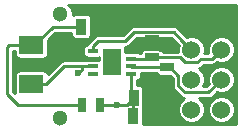
<source format=gtl>
G04 #@! TF.FileFunction,Copper,L1,Top,Signal*
%FSLAX46Y46*%
G04 Gerber Fmt 4.6, Leading zero omitted, Abs format (unit mm)*
G04 Created by KiCad (PCBNEW (after 2015-mar-04 BZR unknown)-product) date 04/08/2015 09:15:02*
%MOMM*%
G01*
G04 APERTURE LIST*
%ADD10C,0.100000*%
%ADD11R,0.889000X1.397000*%
%ADD12R,0.635000X1.143000*%
%ADD13R,1.143000X0.635000*%
%ADD14R,1.500000X2.300000*%
%ADD15R,0.950000X0.350000*%
%ADD16R,1.524000X1.524000*%
%ADD17C,1.524000*%
%ADD18R,2.032000X1.524000*%
%ADD19C,1.300000*%
%ADD20C,0.600000*%
%ADD21C,0.250000*%
G04 APERTURE END LIST*
D10*
D11*
X157400000Y-108400000D03*
X159305000Y-108400000D03*
X157447500Y-106800000D03*
X159352500Y-106800000D03*
X153000000Y-100800000D03*
X154905000Y-100800000D03*
D12*
X154562000Y-107400000D03*
X153038000Y-107400000D03*
D13*
X159000000Y-103400000D03*
X159000000Y-101876000D03*
D14*
X155625000Y-103825000D03*
D15*
X154000000Y-102850000D03*
X154000000Y-103500000D03*
X154000000Y-104150000D03*
X154000000Y-104800000D03*
X157250000Y-104800000D03*
X157250000Y-104150000D03*
X157250000Y-103500000D03*
X157250000Y-102850000D03*
D16*
X162330000Y-100190000D03*
D17*
X164870000Y-100190000D03*
X162330000Y-102730000D03*
X164870000Y-102730000D03*
X162330000Y-105270000D03*
X164870000Y-105270000D03*
X162330000Y-107810000D03*
X164870000Y-107810000D03*
D18*
X148800000Y-102349000D03*
X148800000Y-105651000D03*
D19*
X151250000Y-108500000D03*
X151250000Y-99750000D03*
D13*
X160250000Y-104238000D03*
X160250000Y-105762000D03*
D20*
X156019639Y-107400000D03*
X160250000Y-107000000D03*
X160500000Y-108500000D03*
X152500000Y-103250000D03*
X156000000Y-100750000D03*
X160250000Y-102250000D03*
X152750000Y-104750000D03*
D21*
X154562000Y-107400000D02*
X156019639Y-107400000D01*
X156019639Y-107400000D02*
X156847500Y-107400000D01*
X156847500Y-107400000D02*
X157447500Y-106800000D01*
X157400000Y-108400000D02*
X157400000Y-106847500D01*
X157400000Y-106847500D02*
X157447500Y-106800000D01*
X157250000Y-104800000D02*
X157250000Y-106602500D01*
X157250000Y-106602500D02*
X157447500Y-106800000D01*
X157250000Y-102850000D02*
X158026000Y-102850000D01*
X158026000Y-102850000D02*
X159000000Y-101876000D01*
X160250000Y-107000000D02*
X159552500Y-107000000D01*
X159552500Y-107000000D02*
X159352500Y-106800000D01*
X159305000Y-108400000D02*
X160400000Y-108400000D01*
X160400000Y-108400000D02*
X160500000Y-108500000D01*
X154000000Y-103500000D02*
X152750000Y-103500000D01*
X152750000Y-103500000D02*
X152500000Y-103250000D01*
X154905000Y-100800000D02*
X155950000Y-100800000D01*
X155950000Y-100800000D02*
X156000000Y-100750000D01*
X159000000Y-101876000D02*
X159876000Y-101876000D01*
X159876000Y-101876000D02*
X160250000Y-102250000D01*
X151567000Y-104150000D02*
X152963134Y-104150000D01*
X153049999Y-104450001D02*
X153049999Y-104236865D01*
X152963134Y-104150000D02*
X154000000Y-104150000D01*
X153049999Y-104236865D02*
X152963134Y-104150000D01*
X152750000Y-104750000D02*
X153049999Y-104450001D01*
X148800000Y-105651000D02*
X150066000Y-105651000D01*
X150066000Y-105651000D02*
X151567000Y-104150000D01*
X159000000Y-103400000D02*
X161391238Y-103400000D01*
X161391238Y-103400000D02*
X161808239Y-103817001D01*
X161808239Y-103817001D02*
X162851761Y-103817001D01*
X162851761Y-103817001D02*
X163168762Y-103500000D01*
X163168762Y-103500000D02*
X164100000Y-103500000D01*
X164100000Y-103500000D02*
X164108001Y-103491999D01*
X164108001Y-103491999D02*
X164870000Y-102730000D01*
X157250000Y-103500000D02*
X158900000Y-103500000D01*
X158900000Y-103500000D02*
X159000000Y-103400000D01*
X156750000Y-102000000D02*
X157516501Y-101233499D01*
X157516501Y-101233499D02*
X160833499Y-101233499D01*
X160833499Y-101233499D02*
X161568001Y-101968001D01*
X161568001Y-101968001D02*
X162330000Y-102730000D01*
X154425000Y-102000000D02*
X156750000Y-102000000D01*
X154000000Y-102850000D02*
X154000000Y-102425000D01*
X154000000Y-102425000D02*
X154425000Y-102000000D01*
X160250000Y-104238000D02*
X160504000Y-104238000D01*
X160504000Y-104238000D02*
X161242999Y-104976999D01*
X161242999Y-104976999D02*
X161242999Y-105791761D01*
X161242999Y-105791761D02*
X161808239Y-106357001D01*
X161808239Y-106357001D02*
X163782999Y-106357001D01*
X160250000Y-104238000D02*
X157338000Y-104238000D01*
X157338000Y-104238000D02*
X157250000Y-104150000D01*
X164870000Y-105270000D02*
X163782999Y-106357001D01*
X148800000Y-102349000D02*
X149054000Y-102349000D01*
X149054000Y-102349000D02*
X150603000Y-100800000D01*
X150603000Y-100800000D02*
X153000000Y-100800000D01*
X153038000Y-107400000D02*
X147650000Y-107400000D01*
X147650000Y-107400000D02*
X146750000Y-106500000D01*
X146750000Y-106500000D02*
X146750000Y-102500000D01*
X146750000Y-102500000D02*
X146901000Y-102349000D01*
X146901000Y-102349000D02*
X148800000Y-102349000D01*
G36*
X161252624Y-102359730D02*
X161193198Y-102502845D01*
X161192851Y-102900000D01*
X159900147Y-102900000D01*
X159843551Y-102813842D01*
X159718925Y-102729719D01*
X159571500Y-102700153D01*
X158428500Y-102700153D01*
X158285514Y-102727896D01*
X158159842Y-102810449D01*
X158075719Y-102935075D01*
X158062698Y-103000000D01*
X157913581Y-103000000D01*
X157872425Y-102972219D01*
X157725000Y-102942653D01*
X156775000Y-102942653D01*
X156757347Y-102946078D01*
X156757347Y-102675000D01*
X156729604Y-102532014D01*
X156708574Y-102500000D01*
X156750000Y-102500000D01*
X156750000Y-102499999D01*
X156941342Y-102461940D01*
X157103553Y-102353553D01*
X157723607Y-101733499D01*
X160626392Y-101733499D01*
X161214448Y-102321555D01*
X161214451Y-102321557D01*
X161252624Y-102359730D01*
X161252624Y-102359730D01*
G37*
X161252624Y-102359730D02*
X161193198Y-102502845D01*
X161192851Y-102900000D01*
X159900147Y-102900000D01*
X159843551Y-102813842D01*
X159718925Y-102729719D01*
X159571500Y-102700153D01*
X158428500Y-102700153D01*
X158285514Y-102727896D01*
X158159842Y-102810449D01*
X158075719Y-102935075D01*
X158062698Y-103000000D01*
X157913581Y-103000000D01*
X157872425Y-102972219D01*
X157725000Y-102942653D01*
X156775000Y-102942653D01*
X156757347Y-102946078D01*
X156757347Y-102675000D01*
X156729604Y-102532014D01*
X156708574Y-102500000D01*
X156750000Y-102500000D01*
X156750000Y-102499999D01*
X156941342Y-102461940D01*
X157103553Y-102353553D01*
X157723607Y-101733499D01*
X160626392Y-101733499D01*
X161214448Y-102321555D01*
X161214451Y-102321557D01*
X161252624Y-102359730D01*
G36*
X166075000Y-109075000D02*
X166007197Y-109075000D01*
X166007197Y-107584829D01*
X165834464Y-107166783D01*
X165514900Y-106846660D01*
X165097155Y-106673198D01*
X164644829Y-106672803D01*
X164226783Y-106845536D01*
X163906660Y-107165100D01*
X163733198Y-107582845D01*
X163732803Y-108035171D01*
X163905536Y-108453217D01*
X164225100Y-108773340D01*
X164642845Y-108946802D01*
X165095171Y-108947197D01*
X165513217Y-108774464D01*
X165833340Y-108454900D01*
X166006802Y-108037155D01*
X166007197Y-107584829D01*
X166007197Y-109075000D01*
X158226847Y-109075000D01*
X158226847Y-107701500D01*
X158222475Y-107678969D01*
X158244781Y-107645925D01*
X158274347Y-107498500D01*
X158274347Y-106101500D01*
X158246604Y-105958514D01*
X158164051Y-105832842D01*
X158039425Y-105748719D01*
X157892000Y-105719153D01*
X157750000Y-105719153D01*
X157750000Y-105352496D01*
X157867986Y-105329604D01*
X157993658Y-105247051D01*
X158077781Y-105122425D01*
X158107347Y-104975000D01*
X158107347Y-104738000D01*
X159349852Y-104738000D01*
X159406449Y-104824158D01*
X159531075Y-104908281D01*
X159678500Y-104937847D01*
X160496740Y-104937847D01*
X160742999Y-105184105D01*
X160742999Y-105791761D01*
X160781059Y-105983103D01*
X160889446Y-106145314D01*
X161454686Y-106710554D01*
X161616897Y-106818941D01*
X161707521Y-106836967D01*
X161686783Y-106845536D01*
X161366660Y-107165100D01*
X161193198Y-107582845D01*
X161192803Y-108035171D01*
X161365536Y-108453217D01*
X161685100Y-108773340D01*
X162102845Y-108946802D01*
X162555171Y-108947197D01*
X162973217Y-108774464D01*
X163293340Y-108454900D01*
X163466802Y-108037155D01*
X163467197Y-107584829D01*
X163294464Y-107166783D01*
X162985222Y-106857001D01*
X163782999Y-106857001D01*
X163782999Y-106857000D01*
X163974341Y-106818941D01*
X164136552Y-106710554D01*
X164499730Y-106347375D01*
X164642845Y-106406802D01*
X165095171Y-106407197D01*
X165513217Y-106234464D01*
X165833340Y-105914900D01*
X166006802Y-105497155D01*
X166007197Y-105044829D01*
X165834464Y-104626783D01*
X165514900Y-104306660D01*
X165097155Y-104133198D01*
X164644829Y-104132803D01*
X164226783Y-104305536D01*
X163906660Y-104625100D01*
X163733198Y-105042845D01*
X163732803Y-105495171D01*
X163792717Y-105640175D01*
X163575892Y-105857001D01*
X163317381Y-105857001D01*
X163466802Y-105497155D01*
X163467197Y-105044829D01*
X163294464Y-104626783D01*
X162974900Y-104306660D01*
X162951855Y-104297091D01*
X163043103Y-104278941D01*
X163205314Y-104170554D01*
X163375868Y-104000000D01*
X164100000Y-104000000D01*
X164100000Y-103999999D01*
X164291342Y-103961940D01*
X164453553Y-103853553D01*
X164461554Y-103845552D01*
X164499730Y-103807375D01*
X164642845Y-103866802D01*
X165095171Y-103867197D01*
X165513217Y-103694464D01*
X165833340Y-103374900D01*
X166006802Y-102957155D01*
X166007197Y-102504829D01*
X165834464Y-102086783D01*
X165514900Y-101766660D01*
X165097155Y-101593198D01*
X164644829Y-101592803D01*
X164226783Y-101765536D01*
X163906660Y-102085100D01*
X163733198Y-102502845D01*
X163732803Y-102955171D01*
X163751325Y-103000000D01*
X163449011Y-103000000D01*
X163466802Y-102957155D01*
X163467197Y-102504829D01*
X163294464Y-102086783D01*
X162974900Y-101766660D01*
X162557155Y-101593198D01*
X162104829Y-101592803D01*
X161959823Y-101652717D01*
X161921557Y-101614451D01*
X161921555Y-101614448D01*
X161187052Y-100879946D01*
X161024841Y-100771559D01*
X160833499Y-100733499D01*
X157516501Y-100733499D01*
X157325159Y-100771559D01*
X157162948Y-100879946D01*
X156542894Y-101500000D01*
X154425000Y-101500000D01*
X154233658Y-101538060D01*
X154071447Y-101646446D01*
X153646447Y-102071447D01*
X153538060Y-102233658D01*
X153526325Y-102292653D01*
X153525000Y-102292653D01*
X153382014Y-102320396D01*
X153256342Y-102402949D01*
X153172219Y-102527575D01*
X153142653Y-102675000D01*
X153142653Y-103025000D01*
X153170396Y-103167986D01*
X153252949Y-103293658D01*
X153377575Y-103377781D01*
X153525000Y-103407347D01*
X154475000Y-103407347D01*
X154492653Y-103403921D01*
X154492653Y-103596193D01*
X154475000Y-103592653D01*
X153525000Y-103592653D01*
X153382014Y-103620396D01*
X153336947Y-103650000D01*
X152963134Y-103650000D01*
X151567000Y-103650000D01*
X151375658Y-103688060D01*
X151310685Y-103731473D01*
X151213447Y-103796446D01*
X150185761Y-104824132D01*
X150170604Y-104746014D01*
X150088051Y-104620342D01*
X149963425Y-104536219D01*
X149816000Y-104506653D01*
X147784000Y-104506653D01*
X147641014Y-104534396D01*
X147515342Y-104616949D01*
X147431219Y-104741575D01*
X147401653Y-104889000D01*
X147401653Y-106413000D01*
X147409247Y-106452141D01*
X147250000Y-106292893D01*
X147250000Y-102849000D01*
X147401653Y-102849000D01*
X147401653Y-103111000D01*
X147429396Y-103253986D01*
X147511949Y-103379658D01*
X147636575Y-103463781D01*
X147784000Y-103493347D01*
X149816000Y-103493347D01*
X149958986Y-103465604D01*
X150084658Y-103383051D01*
X150168781Y-103258425D01*
X150198347Y-103111000D01*
X150198347Y-101911759D01*
X150810106Y-101300000D01*
X152173153Y-101300000D01*
X152173153Y-101498500D01*
X152200896Y-101641486D01*
X152283449Y-101767158D01*
X152408075Y-101851281D01*
X152555500Y-101880847D01*
X153444500Y-101880847D01*
X153587486Y-101853104D01*
X153713158Y-101770551D01*
X153797281Y-101645925D01*
X153826847Y-101498500D01*
X153826847Y-100101500D01*
X153799104Y-99958514D01*
X153716551Y-99832842D01*
X153591925Y-99748719D01*
X153444500Y-99719153D01*
X152555500Y-99719153D01*
X152412514Y-99746896D01*
X152286842Y-99829449D01*
X152274915Y-99847117D01*
X152275178Y-99547009D01*
X152119459Y-99170143D01*
X151874744Y-98925000D01*
X166075000Y-98925000D01*
X166075000Y-109075000D01*
X166075000Y-109075000D01*
G37*
X166075000Y-109075000D02*
X166007197Y-109075000D01*
X166007197Y-107584829D01*
X165834464Y-107166783D01*
X165514900Y-106846660D01*
X165097155Y-106673198D01*
X164644829Y-106672803D01*
X164226783Y-106845536D01*
X163906660Y-107165100D01*
X163733198Y-107582845D01*
X163732803Y-108035171D01*
X163905536Y-108453217D01*
X164225100Y-108773340D01*
X164642845Y-108946802D01*
X165095171Y-108947197D01*
X165513217Y-108774464D01*
X165833340Y-108454900D01*
X166006802Y-108037155D01*
X166007197Y-107584829D01*
X166007197Y-109075000D01*
X158226847Y-109075000D01*
X158226847Y-107701500D01*
X158222475Y-107678969D01*
X158244781Y-107645925D01*
X158274347Y-107498500D01*
X158274347Y-106101500D01*
X158246604Y-105958514D01*
X158164051Y-105832842D01*
X158039425Y-105748719D01*
X157892000Y-105719153D01*
X157750000Y-105719153D01*
X157750000Y-105352496D01*
X157867986Y-105329604D01*
X157993658Y-105247051D01*
X158077781Y-105122425D01*
X158107347Y-104975000D01*
X158107347Y-104738000D01*
X159349852Y-104738000D01*
X159406449Y-104824158D01*
X159531075Y-104908281D01*
X159678500Y-104937847D01*
X160496740Y-104937847D01*
X160742999Y-105184105D01*
X160742999Y-105791761D01*
X160781059Y-105983103D01*
X160889446Y-106145314D01*
X161454686Y-106710554D01*
X161616897Y-106818941D01*
X161707521Y-106836967D01*
X161686783Y-106845536D01*
X161366660Y-107165100D01*
X161193198Y-107582845D01*
X161192803Y-108035171D01*
X161365536Y-108453217D01*
X161685100Y-108773340D01*
X162102845Y-108946802D01*
X162555171Y-108947197D01*
X162973217Y-108774464D01*
X163293340Y-108454900D01*
X163466802Y-108037155D01*
X163467197Y-107584829D01*
X163294464Y-107166783D01*
X162985222Y-106857001D01*
X163782999Y-106857001D01*
X163782999Y-106857000D01*
X163974341Y-106818941D01*
X164136552Y-106710554D01*
X164499730Y-106347375D01*
X164642845Y-106406802D01*
X165095171Y-106407197D01*
X165513217Y-106234464D01*
X165833340Y-105914900D01*
X166006802Y-105497155D01*
X166007197Y-105044829D01*
X165834464Y-104626783D01*
X165514900Y-104306660D01*
X165097155Y-104133198D01*
X164644829Y-104132803D01*
X164226783Y-104305536D01*
X163906660Y-104625100D01*
X163733198Y-105042845D01*
X163732803Y-105495171D01*
X163792717Y-105640175D01*
X163575892Y-105857001D01*
X163317381Y-105857001D01*
X163466802Y-105497155D01*
X163467197Y-105044829D01*
X163294464Y-104626783D01*
X162974900Y-104306660D01*
X162951855Y-104297091D01*
X163043103Y-104278941D01*
X163205314Y-104170554D01*
X163375868Y-104000000D01*
X164100000Y-104000000D01*
X164100000Y-103999999D01*
X164291342Y-103961940D01*
X164453553Y-103853553D01*
X164461554Y-103845552D01*
X164499730Y-103807375D01*
X164642845Y-103866802D01*
X165095171Y-103867197D01*
X165513217Y-103694464D01*
X165833340Y-103374900D01*
X166006802Y-102957155D01*
X166007197Y-102504829D01*
X165834464Y-102086783D01*
X165514900Y-101766660D01*
X165097155Y-101593198D01*
X164644829Y-101592803D01*
X164226783Y-101765536D01*
X163906660Y-102085100D01*
X163733198Y-102502845D01*
X163732803Y-102955171D01*
X163751325Y-103000000D01*
X163449011Y-103000000D01*
X163466802Y-102957155D01*
X163467197Y-102504829D01*
X163294464Y-102086783D01*
X162974900Y-101766660D01*
X162557155Y-101593198D01*
X162104829Y-101592803D01*
X161959823Y-101652717D01*
X161921557Y-101614451D01*
X161921555Y-101614448D01*
X161187052Y-100879946D01*
X161024841Y-100771559D01*
X160833499Y-100733499D01*
X157516501Y-100733499D01*
X157325159Y-100771559D01*
X157162948Y-100879946D01*
X156542894Y-101500000D01*
X154425000Y-101500000D01*
X154233658Y-101538060D01*
X154071447Y-101646446D01*
X153646447Y-102071447D01*
X153538060Y-102233658D01*
X153526325Y-102292653D01*
X153525000Y-102292653D01*
X153382014Y-102320396D01*
X153256342Y-102402949D01*
X153172219Y-102527575D01*
X153142653Y-102675000D01*
X153142653Y-103025000D01*
X153170396Y-103167986D01*
X153252949Y-103293658D01*
X153377575Y-103377781D01*
X153525000Y-103407347D01*
X154475000Y-103407347D01*
X154492653Y-103403921D01*
X154492653Y-103596193D01*
X154475000Y-103592653D01*
X153525000Y-103592653D01*
X153382014Y-103620396D01*
X153336947Y-103650000D01*
X152963134Y-103650000D01*
X151567000Y-103650000D01*
X151375658Y-103688060D01*
X151310685Y-103731473D01*
X151213447Y-103796446D01*
X150185761Y-104824132D01*
X150170604Y-104746014D01*
X150088051Y-104620342D01*
X149963425Y-104536219D01*
X149816000Y-104506653D01*
X147784000Y-104506653D01*
X147641014Y-104534396D01*
X147515342Y-104616949D01*
X147431219Y-104741575D01*
X147401653Y-104889000D01*
X147401653Y-106413000D01*
X147409247Y-106452141D01*
X147250000Y-106292893D01*
X147250000Y-102849000D01*
X147401653Y-102849000D01*
X147401653Y-103111000D01*
X147429396Y-103253986D01*
X147511949Y-103379658D01*
X147636575Y-103463781D01*
X147784000Y-103493347D01*
X149816000Y-103493347D01*
X149958986Y-103465604D01*
X150084658Y-103383051D01*
X150168781Y-103258425D01*
X150198347Y-103111000D01*
X150198347Y-101911759D01*
X150810106Y-101300000D01*
X152173153Y-101300000D01*
X152173153Y-101498500D01*
X152200896Y-101641486D01*
X152283449Y-101767158D01*
X152408075Y-101851281D01*
X152555500Y-101880847D01*
X153444500Y-101880847D01*
X153587486Y-101853104D01*
X153713158Y-101770551D01*
X153797281Y-101645925D01*
X153826847Y-101498500D01*
X153826847Y-100101500D01*
X153799104Y-99958514D01*
X153716551Y-99832842D01*
X153591925Y-99748719D01*
X153444500Y-99719153D01*
X152555500Y-99719153D01*
X152412514Y-99746896D01*
X152286842Y-99829449D01*
X152274915Y-99847117D01*
X152275178Y-99547009D01*
X152119459Y-99170143D01*
X151874744Y-98925000D01*
X166075000Y-98925000D01*
X166075000Y-109075000D01*
M02*

</source>
